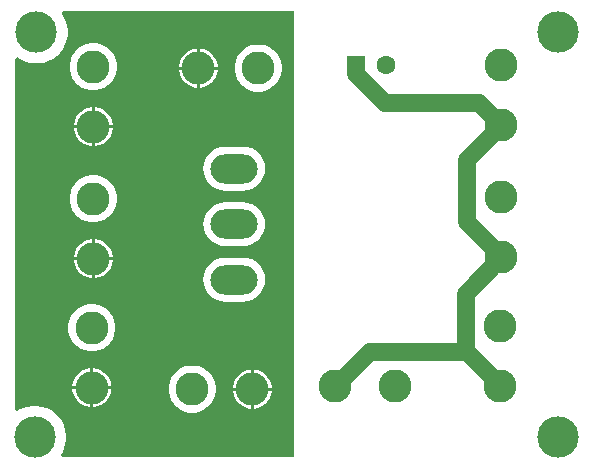
<source format=gbl>
G04*
G04 #@! TF.GenerationSoftware,Altium Limited,Altium Designer,24.9.1 (31)*
G04*
G04 Layer_Physical_Order=2*
G04 Layer_Color=16711680*
%FSTAX25Y25*%
%MOIN*%
G70*
G04*
G04 #@! TF.SameCoordinates,80357BE8-FB89-4C24-BB12-38274DCAA4D6*
G04*
G04*
G04 #@! TF.FilePolarity,Positive*
G04*
G01*
G75*
%ADD19C,0.05906*%
%ADD20O,0.15748X0.09843*%
%ADD21C,0.11000*%
%ADD22C,0.06299*%
%ADD23R,0.06299X0.06299*%
%ADD24C,0.13780*%
G36*
X0374Y0185368D02*
X0296679D01*
X0296225Y0186259D01*
X0296423Y0186532D01*
X0297169Y0187995D01*
X0297676Y0189557D01*
X0297933Y0191179D01*
Y0192821D01*
X0297676Y0194443D01*
X0297169Y0196005D01*
X0296423Y0197468D01*
X0295458Y0198797D01*
X0294297Y0199958D01*
X0292968Y0200923D01*
X0291505Y0201669D01*
X0289943Y0202176D01*
X0288321Y0202433D01*
X0286679D01*
X0285057Y0202176D01*
X0283495Y0201669D01*
X0282032Y0200923D01*
X0281759Y0200725D01*
X0280868Y0201179D01*
Y031805D01*
X0281868Y0318559D01*
X0282532Y0318077D01*
X0283995Y0317331D01*
X0285557Y0316824D01*
X0287179Y0316567D01*
X0288821D01*
X0290443Y0316824D01*
X0292005Y0317331D01*
X0293468Y0318077D01*
X0294797Y0319042D01*
X0295958Y0320203D01*
X0296923Y0321532D01*
X0297669Y0322995D01*
X0298176Y0324557D01*
X0298433Y0326179D01*
Y0327821D01*
X0298176Y0329443D01*
X0297669Y0331005D01*
X0296923Y0332468D01*
X0296455Y0333113D01*
X0296964Y0334113D01*
X0374D01*
Y0185368D01*
D02*
G37*
%LPC*%
G36*
X034264Y03215D02*
X03425D01*
Y03155D01*
X03485D01*
Y031564D01*
X034825Y0316896D01*
X034776Y0318079D01*
X0347049Y0319144D01*
X0346144Y0320049D01*
X0345079Y032076D01*
X0343896Y032125D01*
X034264Y03215D01*
D02*
G37*
G36*
X03415D02*
X034136D01*
X0340104Y032125D01*
X0338921Y032076D01*
X0337857Y0320049D01*
X0336951Y0319144D01*
X033624Y0318079D01*
X033575Y0316896D01*
X03355Y031564D01*
Y03155D01*
X03415D01*
Y03215D01*
D02*
G37*
G36*
X03485Y03145D02*
X03425D01*
Y03085D01*
X034264D01*
X0343896Y030875D01*
X0345079Y030924D01*
X0346144Y0309951D01*
X0347049Y0310857D01*
X034776Y0311921D01*
X034825Y0313104D01*
X03485Y031436D01*
Y03145D01*
D02*
G37*
G36*
X03415D02*
X03355D01*
Y031436D01*
X033575Y0313104D01*
X033624Y0311921D01*
X0336951Y0310857D01*
X0337857Y0309951D01*
X0338921Y030924D01*
X0340104Y030875D01*
X034136Y03085D01*
X03415D01*
Y03145D01*
D02*
G37*
G36*
X0307774Y0323362D02*
X0306226D01*
X0304707Y032306D01*
X0303276Y0322467D01*
X0301988Y0321607D01*
X0300893Y0320512D01*
X0300033Y0319224D01*
X029944Y0317793D01*
X0299138Y0316274D01*
Y0314726D01*
X029944Y0313207D01*
X0300033Y0311776D01*
X0300893Y0310488D01*
X0301988Y0309393D01*
X0303276Y0308533D01*
X0304707Y030794D01*
X0306226Y0307638D01*
X0307774D01*
X0309293Y030794D01*
X0310724Y0308533D01*
X0312012Y0309393D01*
X0313107Y0310488D01*
X0313967Y0311776D01*
X031456Y0313207D01*
X0314862Y0314726D01*
Y0316274D01*
X031456Y0317793D01*
X0313967Y0319224D01*
X0313107Y0320512D01*
X0312012Y0321607D01*
X0310724Y0322467D01*
X0309293Y032306D01*
X0307774Y0323362D01*
D02*
G37*
G36*
X0362774Y0322862D02*
X0361226D01*
X0359707Y032256D01*
X0358276Y0321967D01*
X0356988Y0321107D01*
X0355893Y0320012D01*
X0355033Y0318724D01*
X035444Y0317293D01*
X0354138Y0315774D01*
Y0314226D01*
X035444Y0312707D01*
X0355033Y0311276D01*
X0355893Y0309988D01*
X0356988Y0308893D01*
X0358276Y0308033D01*
X0359707Y030744D01*
X0361226Y0307138D01*
X0362774D01*
X0364293Y030744D01*
X0365724Y0308033D01*
X0367012Y0308893D01*
X0368107Y0309988D01*
X0368967Y0311276D01*
X036956Y0312707D01*
X0369862Y0314226D01*
Y0315774D01*
X036956Y0317293D01*
X0368967Y0318724D01*
X0368107Y0320012D01*
X0367012Y0321107D01*
X0365724Y0321967D01*
X0364293Y032256D01*
X0362774Y0322862D01*
D02*
G37*
G36*
X030764Y0302D02*
X03075D01*
Y0296D01*
X03135D01*
Y029614D01*
X031325Y0297396D01*
X031276Y0298579D01*
X0312049Y0299643D01*
X0311143Y0300549D01*
X0310079Y030126D01*
X0308896Y030175D01*
X030764Y0302D01*
D02*
G37*
G36*
X03065D02*
X030636D01*
X0305104Y030175D01*
X0303921Y030126D01*
X0302856Y0300549D01*
X0301951Y0299643D01*
X030124Y0298579D01*
X030075Y0297396D01*
X03005Y029614D01*
Y0296D01*
X03065D01*
Y0302D01*
D02*
G37*
G36*
X03135Y0295D02*
X03075D01*
Y0289D01*
X030764D01*
X0308896Y028925D01*
X0310079Y028974D01*
X0311143Y0290451D01*
X0312049Y0291356D01*
X031276Y0292421D01*
X031325Y0293604D01*
X03135Y029486D01*
Y0295D01*
D02*
G37*
G36*
X03065D02*
X03005D01*
Y029486D01*
X030075Y0293604D01*
X030124Y0292421D01*
X0301951Y0291356D01*
X0302856Y0290451D01*
X0303921Y028974D01*
X0305104Y028925D01*
X030636Y0289D01*
X03065D01*
Y0295D01*
D02*
G37*
G36*
X0356953Y0288823D02*
X0351047D01*
X0349619Y0288682D01*
X0348247Y0288265D01*
X0346981Y0287589D01*
X0345872Y0286679D01*
X0344962Y028557D01*
X0344286Y0284305D01*
X0343869Y0282932D01*
X0343728Y0281504D01*
X0343869Y0280076D01*
X0344286Y0278703D01*
X0344962Y0277438D01*
X0345872Y0276329D01*
X0346981Y0275419D01*
X0348247Y0274742D01*
X0349619Y0274326D01*
X0351047Y0274185D01*
X0356953D01*
X0358381Y0274326D01*
X0359753Y0274742D01*
X0361019Y0275419D01*
X0362128Y0276329D01*
X0363038Y0277438D01*
X0363714Y0278703D01*
X0364131Y0280076D01*
X0364271Y0281504D01*
X0364131Y0282932D01*
X0363714Y0284305D01*
X0363038Y028557D01*
X0362128Y0286679D01*
X0361019Y0287589D01*
X0359753Y0288265D01*
X0358381Y0288682D01*
X0356953Y0288823D01*
D02*
G37*
G36*
X0307774Y0279362D02*
X0306226D01*
X0304707Y027906D01*
X0303276Y0278467D01*
X0301988Y0277607D01*
X0300893Y0276512D01*
X0300033Y0275224D01*
X029944Y0273793D01*
X0299138Y0272274D01*
Y0270726D01*
X029944Y0269207D01*
X0300033Y0267776D01*
X0300893Y0266488D01*
X0301988Y0265393D01*
X0303276Y0264533D01*
X0304707Y026394D01*
X0306226Y0263638D01*
X0307774D01*
X0309293Y026394D01*
X0310724Y0264533D01*
X0312012Y0265393D01*
X0313107Y0266488D01*
X0313967Y0267776D01*
X031456Y0269207D01*
X0314862Y0270726D01*
Y0272274D01*
X031456Y0273793D01*
X0313967Y0275224D01*
X0313107Y0276512D01*
X0312012Y0277607D01*
X0310724Y0278467D01*
X0309293Y027906D01*
X0307774Y0279362D01*
D02*
G37*
G36*
X0356953Y0270319D02*
X0351047D01*
X0349619Y0270178D01*
X0348247Y0269762D01*
X0346981Y0269085D01*
X0345872Y0268175D01*
X0344962Y0267066D01*
X0344286Y0265801D01*
X0343869Y0264428D01*
X0343728Y0263D01*
X0343869Y0261572D01*
X0344286Y0260199D01*
X0344962Y0258934D01*
X0345872Y0257825D01*
X0346981Y0256915D01*
X0348247Y0256238D01*
X0349619Y0255822D01*
X0351047Y0255681D01*
X0356953D01*
X0358381Y0255822D01*
X0359753Y0256238D01*
X0361019Y0256915D01*
X0362128Y0257825D01*
X0363038Y0258934D01*
X0363714Y0260199D01*
X0364131Y0261572D01*
X0364271Y0263D01*
X0364131Y0264428D01*
X0363714Y0265801D01*
X0363038Y0267066D01*
X0362128Y0268175D01*
X0361019Y0269085D01*
X0359753Y0269762D01*
X0358381Y0270178D01*
X0356953Y0270319D01*
D02*
G37*
G36*
X030764Y0258D02*
X03075D01*
Y0252D01*
X03135D01*
Y025214D01*
X031325Y0253396D01*
X031276Y0254579D01*
X0312049Y0255644D01*
X0311143Y0256549D01*
X0310079Y025726D01*
X0308896Y025775D01*
X030764Y0258D01*
D02*
G37*
G36*
X03065D02*
X030636D01*
X0305104Y025775D01*
X0303921Y025726D01*
X0302856Y0256549D01*
X0301951Y0255644D01*
X030124Y0254579D01*
X030075Y0253396D01*
X03005Y025214D01*
Y0252D01*
X03065D01*
Y0258D01*
D02*
G37*
G36*
X03135Y0251D02*
X03075D01*
Y0245D01*
X030764D01*
X0308896Y024525D01*
X0310079Y024574D01*
X0311143Y0246451D01*
X0312049Y0247357D01*
X031276Y0248421D01*
X031325Y0249604D01*
X03135Y025086D01*
Y0251D01*
D02*
G37*
G36*
X03065D02*
X03005D01*
Y025086D01*
X030075Y0249604D01*
X030124Y0248421D01*
X0301951Y0247357D01*
X0302856Y0246451D01*
X0303921Y024574D01*
X0305104Y024525D01*
X030636Y0245D01*
X03065D01*
Y0251D01*
D02*
G37*
G36*
X0356953Y0251815D02*
X0351047D01*
X0349619Y0251674D01*
X0348247Y0251258D01*
X0346981Y0250581D01*
X0345872Y0249671D01*
X0344962Y0248562D01*
X0344286Y0247297D01*
X0343869Y0245924D01*
X0343728Y0244496D01*
X0343869Y0243068D01*
X0344286Y0241695D01*
X0344962Y024043D01*
X0345872Y0239321D01*
X0346981Y0238411D01*
X0348247Y0237735D01*
X0349619Y0237318D01*
X0351047Y0237177D01*
X0356953D01*
X0358381Y0237318D01*
X0359753Y0237735D01*
X0361019Y0238411D01*
X0362128Y0239321D01*
X0363038Y024043D01*
X0363714Y0241695D01*
X0364131Y0243068D01*
X0364271Y0244496D01*
X0364131Y0245924D01*
X0363714Y0247297D01*
X0363038Y0248562D01*
X0362128Y0249671D01*
X0361019Y0250581D01*
X0359753Y0251258D01*
X0358381Y0251674D01*
X0356953Y0251815D01*
D02*
G37*
G36*
X0307274Y0236362D02*
X0305726D01*
X0304207Y023606D01*
X0302776Y0235467D01*
X0301488Y0234607D01*
X0300393Y0233512D01*
X0299533Y0232224D01*
X029894Y0230793D01*
X0298638Y0229274D01*
Y0227726D01*
X029894Y0226207D01*
X0299533Y0224776D01*
X0300393Y0223488D01*
X0301488Y0222393D01*
X0302776Y0221533D01*
X0304207Y022094D01*
X0305726Y0220638D01*
X0307274D01*
X0308793Y022094D01*
X0310224Y0221533D01*
X0311512Y0222393D01*
X0312607Y0223488D01*
X0313467Y0224776D01*
X031406Y0226207D01*
X0314362Y0227726D01*
Y0229274D01*
X031406Y0230793D01*
X0313467Y0232224D01*
X0312607Y0233512D01*
X0311512Y0234607D01*
X0310224Y0235467D01*
X0308793Y023606D01*
X0307274Y0236362D01*
D02*
G37*
G36*
X030714Y0215D02*
X0307D01*
Y0209D01*
X0313D01*
Y020914D01*
X031275Y0210396D01*
X031226Y0211579D01*
X0311549Y0212644D01*
X0310644Y0213549D01*
X0309579Y021426D01*
X0308396Y021475D01*
X030714Y0215D01*
D02*
G37*
G36*
X0306D02*
X030586D01*
X0304604Y021475D01*
X0303421Y021426D01*
X0302357Y0213549D01*
X0301451Y0212644D01*
X030074Y0211579D01*
X030025Y0210396D01*
X03Y020914D01*
Y0209D01*
X0306D01*
Y0215D01*
D02*
G37*
G36*
X036064Y02145D02*
X03605D01*
Y02085D01*
X03665D01*
Y020864D01*
X036625Y0209896D01*
X036576Y0211079D01*
X0365049Y0212143D01*
X0364143Y0213049D01*
X0363079Y021376D01*
X0361896Y021425D01*
X036064Y02145D01*
D02*
G37*
G36*
X03595D02*
X035936D01*
X0358104Y021425D01*
X0356921Y021376D01*
X0355856Y0213049D01*
X0354951Y0212143D01*
X035424Y0211079D01*
X035375Y0209896D01*
X03535Y020864D01*
Y02085D01*
X03595D01*
Y02145D01*
D02*
G37*
G36*
X0313Y0208D02*
X0307D01*
Y0202D01*
X030714D01*
X0308396Y020225D01*
X0309579Y020274D01*
X0310644Y0203451D01*
X0311549Y0204357D01*
X031226Y0205421D01*
X031275Y0206604D01*
X0313Y020786D01*
Y0208D01*
D02*
G37*
G36*
X0306D02*
X03D01*
Y020786D01*
X030025Y0206604D01*
X030074Y0205421D01*
X0301451Y0204357D01*
X0302357Y0203451D01*
X0303421Y020274D01*
X0304604Y020225D01*
X030586Y0202D01*
X0306D01*
Y0208D01*
D02*
G37*
G36*
X03665Y02075D02*
X03605D01*
Y02015D01*
X036064D01*
X0361896Y020175D01*
X0363079Y020224D01*
X0364143Y0202951D01*
X0365049Y0203856D01*
X036576Y0204921D01*
X036625Y0206104D01*
X03665Y020736D01*
Y02075D01*
D02*
G37*
G36*
X03595D02*
X03535D01*
Y020736D01*
X035375Y0206104D01*
X035424Y0204921D01*
X0354951Y0203856D01*
X0355856Y0202951D01*
X0356921Y020224D01*
X0358104Y020175D01*
X035936Y02015D01*
X03595D01*
Y02075D01*
D02*
G37*
G36*
X0340774Y0215862D02*
X0339226D01*
X0337707Y021556D01*
X0336276Y0214967D01*
X0334988Y0214107D01*
X0333893Y0213012D01*
X0333033Y0211724D01*
X033244Y0210293D01*
X0332138Y0208774D01*
Y0207226D01*
X033244Y0205707D01*
X0333033Y0204276D01*
X0333893Y0202988D01*
X0334988Y0201893D01*
X0336276Y0201033D01*
X0337707Y020044D01*
X0339226Y0200138D01*
X0340774D01*
X0342293Y020044D01*
X0343724Y0201033D01*
X0345012Y0201893D01*
X0346107Y0202988D01*
X0346967Y0204276D01*
X034756Y0205707D01*
X0347862Y0207226D01*
Y0208774D01*
X034756Y0210293D01*
X0346967Y0211724D01*
X0346107Y0213012D01*
X0345012Y0214107D01*
X0343724Y0214967D01*
X0342293Y021556D01*
X0340774Y0215862D01*
D02*
G37*
%LPD*%
D19*
X03945Y0313172D02*
X0404172Y03035D01*
X04356D01*
X0443Y02961D01*
X03945Y0313172D02*
Y0316D01*
X0431579Y0263835D02*
Y0284366D01*
X0443Y0295787D01*
Y02521D02*
Y0252413D01*
X0431579Y0263835D02*
X0443Y0252413D01*
Y0295787D02*
Y02961D01*
Y0251787D02*
Y02521D01*
X0431079Y0239865D02*
X0443Y0251787D01*
X0431079Y0220834D02*
Y0239865D01*
Y0220834D02*
X04425Y0209413D01*
Y02091D02*
Y0209413D01*
X0399235Y0220421D02*
X0430865D01*
X0387813Y0209D02*
X0399235Y0220421D01*
X03875Y0209D02*
X0387813D01*
D20*
X0354Y0244496D02*
D03*
Y0263D02*
D03*
Y0281504D02*
D03*
D21*
X0342Y0315D02*
D03*
X0362D02*
D03*
X04075Y0209D02*
D03*
X03875D02*
D03*
X03065Y02085D02*
D03*
Y02285D02*
D03*
X036Y0208D02*
D03*
X034D02*
D03*
X0307Y02955D02*
D03*
Y03155D02*
D03*
Y02515D02*
D03*
Y02715D02*
D03*
X0443Y03161D02*
D03*
Y02961D02*
D03*
Y02721D02*
D03*
Y02521D02*
D03*
X04425Y02291D02*
D03*
Y02091D02*
D03*
D22*
X04045Y0316D02*
D03*
D23*
X03945D02*
D03*
D24*
X02875Y0192D02*
D03*
X0288Y0327D02*
D03*
X0462Y0192D02*
D03*
Y0327D02*
D03*
M02*

</source>
